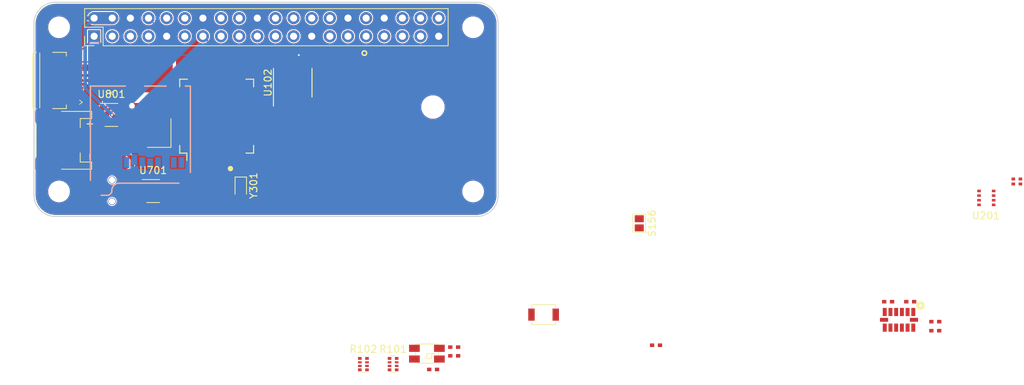
<source format=kicad_pcb>
(kicad_pcb (version 4) (host pcbnew 4.0.7)
  (layers (0 Top signal) (31 Bottom signal) (34 B.Paste user) (35 F.Paste user) (36 B.SilkS user) (37 F.SilkS user) (38 B.Mask user) (39 F.Mask user) (44 Edge.Cuts user))
  (net 0 "")
  (net 1 GND)
  (net 2 /PPS)
  (net 3 /GPS_TX)
  (net 4 /SCL)
  (net 5 VCC)
  (net 6 /Regulator/BYP)
  (net 7 /Regulator/PWR_EN)
  (net 8 /VBUS)
  (net 9 /VRAW)
  (net 10 /XTAL2)
  (net 11 /XTAL1)
  (net 12 /BNO055/CAP)
  (net 13 /BNO055/XOUT32)
  (net 14 /BNO055/XIN32)
  (net 15 /HighAcc/VS)
  (net 16 /GPS/VGPS)
  (net 17 /USBD+)
  (net 18 /USBD-)
  (net 19 /DB)
  (net 20 /DG)
  (net 21 /DR)
  (net 22 /USB/USB_LIGHT-)
  (net 23 /Charger/STAT+)
  (net 24 /Charger/STAT-)
  (net 25 "/SDA(BSL)")
  (net 26 /RST)
  (net 27 /CS0)
  (net 28 /MOSI0)
  (net 29 /SCK0)
  (net 30 /MISO0)
  (net 31 /USB/CONN_D-)
  (net 32 /USB/CONN_D+)
  (net 33 /USB_SOFTCONNECT)
  (net 34 /USB/USB_LIGHT+)
  (net 35 /PWMG)
  (net 36 /PWMB)
  (net 37 /USB_ON)
  (net 38 /Charger/PROG)
  (net 39 "Net-(S156-Pad2)")
  (net 40 /ACCINT)
  (net 41 /FIX)
  (net 42 /S)
  (net 43 "/LPC_TX0(PWMR)")
  (net 44 /PI_RX)
  (net 45 /PI_TX)
  (net 46 /LPC_TX1)
  (net 47 /LPC_RX0)
  (net 48 /GPS_RX)
  (net 49 /VLIPO)
  (module Pin_Headers:Pin_Header_Straight_2x20_Pitch2.54mm (layer Top) (at 8.41388 -25.24058 90)
    (fp_text reference J101 hide)
    (fp_text value RPi_GPIO)
    (pad 40 thru_hole oval (at 2.54 48.26 90) (size 1.7 1.7) (drill 1) (layers *.Cu *.Mask))
    (pad 39 thru_hole oval (at 0 48.26 90) (size 1.7 1.7) (drill 1) (layers *.Cu *.Mask) (net 1 GND))
    (pad 38 thru_hole oval (at 2.54 45.72 90) (size 1.7 1.7) (drill 1) (layers *.Cu *.Mask))
    (pad 37 thru_hole oval (at 0 45.72 90) (size 1.7 1.7) (drill 1) (layers *.Cu *.Mask))
    (pad 36 thru_hole oval (at 2.54 43.18 90) (size 1.7 1.7) (drill 1) (layers *.Cu *.Mask))
    (pad 35 thru_hole oval (at 0 43.18 90) (size 1.7 1.7) (drill 1) (layers *.Cu *.Mask))
    (pad 34 thru_hole oval (at 2.54 40.64 90) (size 1.7 1.7) (drill 1) (layers *.Cu *.Mask) (net 1 GND))
    (pad 33 thru_hole oval (at 0 40.64 90) (size 1.7 1.7) (drill 1) (layers *.Cu *.Mask))
    (pad 32 thru_hole oval (at 2.54 38.1 90) (size 1.7 1.7) (drill 1) (layers *.Cu *.Mask))
    (pad 31 thru_hole oval (at 0 38.1 90) (size 1.7 1.7) (drill 1) (layers *.Cu *.Mask))
    (pad 30 thru_hole oval (at 2.54 35.56 90) (size 1.7 1.7) (drill 1) (layers *.Cu *.Mask) (net 1 GND))
    (pad 29 thru_hole oval (at 0 35.56 90) (size 1.7 1.7) (drill 1) (layers *.Cu *.Mask))
    (pad 28 thru_hole oval (at 2.54 33.02 90) (size 1.7 1.7) (drill 1) (layers *.Cu *.Mask))
    (pad 27 thru_hole oval (at 0 33.02 90) (size 1.7 1.7) (drill 1) (layers *.Cu *.Mask))
    (pad 26 thru_hole oval (at 2.54 30.48 90) (size 1.7 1.7) (drill 1) (layers *.Cu *.Mask))
    (pad 25 thru_hole oval (at 0 30.48 90) (size 1.7 1.7) (drill 1) (layers *.Cu *.Mask) (net 1 GND))
    (pad 24 thru_hole oval (at 2.54 27.94 90) (size 1.7 1.7) (drill 1) (layers *.Cu *.Mask))
    (pad 23 thru_hole oval (at 0 27.94 90) (size 1.7 1.7) (drill 1) (layers *.Cu *.Mask))
    (pad 22 thru_hole oval (at 2.54 25.4 90) (size 1.7 1.7) (drill 1) (layers *.Cu *.Mask))
    (pad 21 thru_hole oval (at 0 25.4 90) (size 1.7 1.7) (drill 1) (layers *.Cu *.Mask))
    (pad 20 thru_hole oval (at 2.54 22.86 90) (size 1.7 1.7) (drill 1) (layers *.Cu *.Mask) (net 1 GND))
    (pad 19 thru_hole oval (at 0 22.86 90) (size 1.7 1.7) (drill 1) (layers *.Cu *.Mask))
    (pad 18 thru_hole oval (at 2.54 20.32 90) (size 1.7 1.7) (drill 1) (layers *.Cu *.Mask))
    (pad 17 thru_hole oval (at 0 20.32 90) (size 1.7 1.7) (drill 1) (layers *.Cu *.Mask) (net 5 VCC))
    (pad 16 thru_hole oval (at 2.54 17.78 90) (size 1.7 1.7) (drill 1) (layers *.Cu *.Mask))
    (pad 15 thru_hole oval (at 0 17.78 90) (size 1.7 1.7) (drill 1) (layers *.Cu *.Mask))
    (pad 14 thru_hole oval (at 2.54 15.24 90) (size 1.7 1.7) (drill 1) (layers *.Cu *.Mask) (net 1 GND))
    (pad 13 thru_hole oval (at 0 15.24 90) (size 1.7 1.7) (drill 1) (layers *.Cu *.Mask) (net 42 /S))
    (pad 12 thru_hole oval (at 2.54 12.7 90) (size 1.7 1.7) (drill 1) (layers *.Cu *.Mask) (net 2 /PPS))
    (pad 11 thru_hole oval (at 0 12.7 90) (size 1.7 1.7) (drill 1) (layers *.Cu *.Mask) (net 26 /RST))
    (pad 10 thru_hole oval (at 2.54 10.16 90) (size 1.7 1.7) (drill 1) (layers *.Cu *.Mask) (net 44 /PI_RX))
    (pad 9 thru_hole oval (at 0 10.16 90) (size 1.7 1.7) (drill 1) (layers *.Cu *.Mask) (net 1 GND))
    (pad 8 thru_hole oval (at 2.54 7.62 90) (size 1.7 1.7) (drill 1) (layers *.Cu *.Mask) (net 45 /PI_TX))
    (pad 7 thru_hole oval (at 0 7.62 90) (size 1.7 1.7) (drill 1) (layers *.Cu *.Mask) (net 41 /FIX))
    (pad 6 thru_hole oval (at 2.54 5.08 90) (size 1.7 1.7) (drill 1) (layers *.Cu *.Mask) (net 1 GND))
    (pad 5 thru_hole oval (at 0 5.08 90) (size 1.7 1.7) (drill 1) (layers *.Cu *.Mask) (net 4 /SCL))
    (pad 4 thru_hole oval (at 2.54 2.54 90) (size 1.7 1.7) (drill 1) (layers *.Cu *.Mask) (net 8 /VBUS))
    (pad 3 thru_hole oval (at 0 2.54 90) (size 1.7 1.7) (drill 1) (layers *.Cu *.Mask) (net 25 "/SDA(BSL)"))
    (pad 2 thru_hole oval (at 2.54 0 90) (size 1.7 1.7) (drill 1) (layers *.Cu *.Mask) (net 8 /VBUS))
    (pad 1 thru_hole rect (at 0 0 90) (size 1.7 1.7) (drill 1) (layers *.Cu *.Mask) (net 5 VCC))
  )
  (module 1pin (layer Top) (at 61.5 -3.5)
    (fp_text reference 1PIN hide)
    (fp_text value P*** hide)
    (pad "" np_thru_hole circle (at 0 0) (size 2.75 2.75) (drill 2.75) (layers *.Cu))
  )
  (module 1pin (layer Top) (at 3.5 -3.5)
    (fp_text reference 1PIN hide)
    (fp_text value P*** hide)
    (pad "" np_thru_hole circle (at 0 0) (size 2.75 2.75) (drill 2.75) (layers *.Cu))
  )
  (module 1pin (layer Top) (at 61.5 -26.5)
    (fp_text reference 1PIN hide)
    (fp_text value P*** hide)
    (pad "" np_thru_hole circle (at 0 0) (size 2.75 2.75) (drill 2.75) (layers *.Cu))
  )
  (module 1pin (layer Top) (at 3.5 -26.5)
    (fp_text reference 1PIN hide)
    (fp_text value P*** hide)
    (pad "" np_thru_hole circle (at 0 0) (size 2.75 2.75) (drill 2.75) (layers *.Cu))
  )
  (module KwanSystems:SMD_0402 (layer Top) (at 32.512 -13.97 90)
    (fp_text reference C123)
    (fp_text value 1uF)
    (pad 2 smd rect (at 0.55 0 90) (size 0.6 0.5) (layers Top F.Paste F.Mask) (net 1 GND))
    (pad 1 smd rect (at -0.55 0 90) (size 0.6 0.5) (layers Top F.Paste F.Mask) (net 5 VCC))
  )
  (module KwanSystems:SMD_0402 (layer Top) (at 55.903281 21.43222)
    (fp_text reference C143)
    (fp_text value 100nF)
    (pad 2 smd rect (at 0.55 0) (size 0.6 0.5) (layers Top F.Paste F.Mask) (net 1 GND))
    (pad 1 smd rect (at -0.55 0) (size 0.6 0.5) (layers Top F.Paste F.Mask) (net 5 VCC))
  )
  (module KwanSystems:SMD_0402 (layer Top) (at 58.853281 19.52222)
    (fp_text reference C151)
    (fp_text value 100nF)
    (pad 2 smd rect (at 0.55 0) (size 0.6 0.5) (layers Top F.Paste F.Mask) (net 1 GND))
    (pad 1 smd rect (at -0.55 0) (size 0.6 0.5) (layers Top F.Paste F.Mask) (net 5 VCC))
  )
  (module KwanSystems:SMD_0402 (layer Top) (at 17.526 -14.224 180)
    (fp_text reference C161)
    (fp_text value 33pF)
    (pad 2 smd rect (at 0.55 0 180) (size 0.6 0.5) (layers Top F.Paste F.Mask) (net 10 /XTAL2))
    (pad 1 smd rect (at -0.55 0 180) (size 0.6 0.5) (layers Top F.Paste F.Mask) (net 1 GND))
  )
  (module KwanSystems:SMD_0402 (layer Top) (at 17.526 -9.144)
    (fp_text reference C162)
    (fp_text value 33pF)
    (pad 2 smd rect (at 0.55 0) (size 0.6 0.5) (layers Top F.Paste F.Mask) (net 11 /XTAL1))
    (pad 1 smd rect (at -0.55 0) (size 0.6 0.5) (layers Top F.Paste F.Mask) (net 1 GND))
  )
  (module KwanSystems:SMD_0402 (layer Top) (at 58.853281 18.30222)
    (fp_text reference C163)
    (fp_text value 100nF)
    (pad 2 smd rect (at 0.55 0) (size 0.6 0.5) (layers Top F.Paste F.Mask) (net 1 GND))
    (pad 1 smd rect (at -0.55 0) (size 0.6 0.5) (layers Top F.Paste F.Mask) (net 5 VCC))
  )
  (module KwanSystems:R_Array_Convex_2x0402 (layer Top) (at 137.663281 -4.899179)
    (fp_text reference C206)
    (fp_text value 100nF)
    (pad 4 smd rect (at 0.5 -0.35) (size 0.5 0.4) (layers Top F.Paste F.Mask) (net 1 GND))
    (pad 3 smd rect (at 0.5 0.35) (size 0.5 0.4) (layers Top F.Paste F.Mask) (net 1 GND))
    (pad 2 smd rect (at -0.5 0.35) (size 0.5 0.4) (layers Top F.Paste F.Mask) (net 5 VCC))
    (pad 1 smd rect (at -0.5 -0.35) (size 0.5 0.4) (layers Top F.Paste F.Mask) (net 5 VCC))
  )
  (module KwanSystems:SMD_0402 (layer Top) (at 25.654 -6.604)
    (fp_text reference C303)
    (fp_text value 0.1uF)
    (pad 2 smd rect (at 0.55 0) (size 0.6 0.5) (layers Top F.Paste F.Mask) (net 5 VCC))
    (pad 1 smd rect (at -0.55 0) (size 0.6 0.5) (layers Top F.Paste F.Mask) (net 1 GND))
  )
  (module KwanSystems:SMD_0402 (layer Top) (at 23.368 -3.81 90)
    (fp_text reference C309)
    (fp_text value 0.1uF)
    (pad 2 smd rect (at 0.55 0 90) (size 0.6 0.5) (layers Top F.Paste F.Mask) (net 12 /BNO055/CAP))
    (pad 1 smd rect (at -0.55 0 90) (size 0.6 0.5) (layers Top F.Paste F.Mask) (net 1 GND))
  )
  (module KwanSystems:R_Array_Convex_2x0402 (layer Top) (at 30.988 -4.318)
    (fp_text reference C326)
    (fp_text value 22pF)
    (pad 4 smd rect (at 0.5 -0.35) (size 0.5 0.4) (layers Top F.Paste F.Mask) (net 1 GND))
    (pad 3 smd rect (at 0.5 0.35) (size 0.5 0.4) (layers Top F.Paste F.Mask) (net 1 GND))
    (pad 2 smd rect (at -0.5 0.35) (size 0.5 0.4) (layers Top F.Paste F.Mask) (net 13 /BNO055/XOUT32))
    (pad 1 smd rect (at -0.5 -0.35) (size 0.5 0.4) (layers Top F.Paste F.Mask) (net 14 /BNO055/XIN32))
  )
  (module KwanSystems:SMD_0402 (layer Top) (at 122.724 11.938 180)
    (fp_text reference C401)
    (fp_text value 100nF)
    (pad 2 smd rect (at 0.55 0 180) (size 0.6 0.5) (layers Top F.Paste F.Mask) (net 1 GND))
    (pad 1 smd rect (at -0.55 0 180) (size 0.6 0.5) (layers Top F.Paste F.Mask) (net 5 VCC))
  )
  (module KwanSystems:SMD_0402 (layer Top) (at 119.634 11.938)
    (fp_text reference C405)
    (fp_text value 100nF)
    (pad 2 smd rect (at 0.55 0) (size 0.6 0.5) (layers Top F.Paste F.Mask) (net 1 GND))
    (pad 1 smd rect (at -0.55 0) (size 0.6 0.5) (layers Top F.Paste F.Mask) (net 15 /HighAcc/VS))
  )
  (module KwanSystems:SMD_0402 (layer Top) (at 126.238 16.002)
    (fp_text reference C406)
    (fp_text value 1uF)
    (pad 2 smd rect (at 0.55 0) (size 0.6 0.5) (layers Top F.Paste F.Mask) (net 1 GND))
    (pad 1 smd rect (at -0.55 0) (size 0.6 0.5) (layers Top F.Paste F.Mask) (net 15 /HighAcc/VS))
  )
  (module KwanSystems:SMD_0402 (layer Top) (at 46.228 -19.812 90)
    (fp_text reference C501)
    (fp_text value 100nF)
    (pad 2 smd rect (at 0.55 0 90) (size 0.6 0.5) (layers Top F.Paste F.Mask) (net 16 /GPS/VGPS))
    (pad 1 smd rect (at -0.55 0 90) (size 0.6 0.5) (layers Top F.Paste F.Mask) (net 1 GND))
  )
  (module KwanSystems:SMD_1206 (layer Top) (at 44.704 -19.812 90)
    (fp_text reference C503 hide)
    (fp_text value 10uF)
    (pad 2 smd rect (at 1.45 0 90) (size 0.9 1.7) (layers Top F.Paste F.Mask) (net 16 /GPS/VGPS))
    (pad 1 smd rect (at -1.45 0 90) (size 0.9 1.7) (layers Top F.Paste F.Mask) (net 1 GND))
  )
  (module KwanSystems:R_Array_Convex_2x0402 (layer Top) (at 8.136 -19.4)
    (fp_text reference C623)
    (fp_text value 22pF)
    (pad 4 smd rect (at 0.5 -0.35) (size 0.5 0.4) (layers Top F.Paste F.Mask) (net 1 GND))
    (pad 3 smd rect (at 0.5 0.35) (size 0.5 0.4) (layers Top F.Paste F.Mask) (net 1 GND))
    (pad 2 smd rect (at -0.5 0.35) (size 0.5 0.4) (layers Top F.Paste F.Mask) (net 17 /USBD+))
    (pad 1 smd rect (at -0.5 -0.35) (size 0.5 0.4) (layers Top F.Paste F.Mask) (net 18 /USBD-))
  )
  (module KwanSystems:SMD_0402 (layer Top) (at 16.764 -5.842)
    (fp_text reference C704)
    (fp_text value 1uF)
    (pad 2 smd rect (at 0.55 0) (size 0.6 0.5) (layers Top F.Paste F.Mask) (net 1 GND))
    (pad 1 smd rect (at -0.55 0) (size 0.6 0.5) (layers Top F.Paste F.Mask) (net 9 /VRAW))
  )
  (module KwanSystems:SMD_0402 (layer Top) (at 16.552 -1.27 180)
    (fp_text reference C714)
    (fp_text value 100nF)
    (pad 2 smd rect (at 0.55 0 180) (size 0.6 0.5) (layers Top F.Paste F.Mask) (net 1 GND))
    (pad 1 smd rect (at -0.55 0 180) (size 0.6 0.5) (layers Top F.Paste F.Mask) (net 6 /Regulator/BYP))
  )
  (module KwanSystems:SMD_0402 (layer Top) (at 19.05 -3.556 270)
    (fp_text reference C715)
    (fp_text value 4.7nF)
    (pad 2 smd rect (at 0.55 0 270) (size 0.6 0.5) (layers Top F.Paste F.Mask) (net 1 GND))
    (pad 1 smd rect (at -0.55 0 270) (size 0.6 0.5) (layers Top F.Paste F.Mask) (net 5 VCC))
  )
  (module KwanSystems:SMD_0603 (layer Top) (at 13.97 -10.414 270)
    (fp_text reference C802)
    (fp_text value 4.7uF)
    (pad 1 smd rect (at -0.75 0 270) (size 0.8 0.75) (layers Top F.Paste F.Mask) (net 8 /VBUS))
    (pad 2 smd rect (at 0.75 0 270) (size 0.8 0.75) (layers Top F.Paste F.Mask) (net 1 GND))
  )
  (module KwanSystems:SMD_0603 (layer Top) (at 11.43 -7.874)
    (fp_text reference C803)
    (fp_text value 4.7uF)
    (pad 1 smd rect (at -0.75 0) (size 0.8 0.75) (layers Top F.Paste F.Mask) (net 49 /VLIPO))
    (pad 2 smd rect (at 0.75 0) (size 0.8 0.75) (layers Top F.Paste F.Mask) (net 1 GND))
  )
  (module KwanSystems:HSMF-C118 (layer Top) (at 55.02828 19.219321)
    (fp_text reference D101)
    (fp_text value HSMF-C118 hide)
    (pad 4 smd rect (at -1.75 0.75) (size 1.5 1) (layers Top F.Paste F.Mask) (net 19 /DB))
    (pad 3 smd rect (at -1.75 -0.75) (size 1.5 1) (layers Top F.Paste F.Mask) (net 20 /DG))
    (pad 2 smd rect (at 1.75 -0.75) (size 1.5 1) (layers Top F.Paste F.Mask) (net 21 /DR))
    (pad 1 smd rect (at 1.75 0.75) (size 1.5 1) (layers Top F.Paste F.Mask) (net 5 VCC))
  )
  (module KwanSystems:D_0603 (layer Top) (at 6.566 -16.002 180)
    (fp_text reference D650)
    (fp_text value BLUE)
    (pad 2 smd rect (at 0.8 0) (size 0.8 0.8) (layers Top F.Paste F.Mask) (net 22 /USB/USB_LIGHT-))
    (pad 1 smd rect (at -0.8 0) (size 0.8 0.8) (layers Top F.Paste F.Mask) (net 1 GND))
  )
  (module KwanSystems:D_0603 (layer Top) (at 10.922 -17.272)
    (fp_text reference D801)
    (fp_text value YELLOW)
    (pad 2 smd rect (at 0.8 0 180) (size 0.8 0.8) (layers Top F.Paste F.Mask) (net 23 /Charger/STAT+))
    (pad 1 smd rect (at -0.8 0 180) (size 0.8 0.8) (layers Top F.Paste F.Mask) (net 24 /Charger/STAT-))
  )
  (module KwanSystems:SOT-23 (layer Top) (at 11.496 -10.43 270)
    (fp_text reference D802 hide)
    (fp_text value DCC)
    (pad 1 smd rect (at -1 -0.95 270) (size 0.9 0.8) (layers Top F.Paste F.Mask) (net 8 /VBUS))
    (pad 2 smd rect (at -1 0.95 270) (size 0.9 0.8) (layers Top F.Paste F.Mask) (net 49 /VLIPO))
    (pad 3 smd rect (at 1 0 270) (size 0.9 0.8) (layers Top F.Paste F.Mask) (net 9 /VRAW))
  )
  (module KwanSystems:MICROSD-SOCKET-PP (layer Bottom) (at 21.896 -18.266)
    (fp_text reference J102)
    (fp_text value Micro_SD_Card_Det_Hirose_DM3AT hide)
    (pad 10 smd rect (at -7.75 0.4) (size 1.8 1.4) (layers Bottom B.Paste B.Mask) (net 1 GND))
    (pad 10 smd rect (at -2.05 0.4) (size 1.8 1.4) (layers Bottom B.Paste B.Mask) (net 1 GND))
    (pad 9 smd rect (at -0.45 13.55) (size 1.4 1.9) (layers Bottom B.Paste B.Mask) (net 1 GND))
    (pad 9 smd rect (at -13.6 14.55) (size 1.4 1.9) (layers Bottom B.Paste B.Mask) (net 1 GND))
    (pad 1 smd rect (at -8.94 10.7) (size 0.8 1.5) (layers Bottom B.Paste B.Mask))
    (pad 2 smd rect (at -7.84 10.3) (size 0.8 1.5) (layers Bottom B.Paste B.Mask) (net 27 /CS0))
    (pad 3 smd rect (at -6.74 10.7) (size 0.8 1.5) (layers Bottom B.Paste B.Mask) (net 28 /MOSI0))
    (pad 4 smd rect (at -5.64 10.9) (size 0.8 1.5) (layers Bottom B.Paste B.Mask) (net 5 VCC))
    (pad 5 smd rect (at -4.54 10.7) (size 0.8 1.5) (layers Bottom B.Paste B.Mask) (net 29 /SCK0))
    (pad 6 smd rect (at -3.44 10.9) (size 0.8 1.5) (layers Bottom B.Paste B.Mask) (net 1 GND))
    (pad 7 smd rect (at -2.34 10.7) (size 0.8 1.5) (layers Bottom B.Paste B.Mask) (net 30 /MISO0))
    (pad 8 smd rect (at -1.24 10.7) (size 0.8 1.5) (layers Bottom B.Paste B.Mask))
  )
  (module KwanSystems:USB_Micro-B_Molex_47346-0001 (layer Top) (at 0 -19.05)
    (fp_text reference J601)
    (fp_text value USB_MICROB)
    (pad 1 smd rect (at 4.13 -1.3) (size 1.38 0.45) (layers Top F.Paste F.Mask) (net 8 /VBUS))
    (pad 2 smd rect (at 4.13 -0.65) (size 1.38 0.45) (layers Top F.Paste F.Mask) (net 31 /USB/CONN_D-))
    (pad 3 smd rect (at 4.13 0) (size 1.38 0.45) (layers Top F.Paste F.Mask) (net 32 /USB/CONN_D+))
    (pad 4 smd rect (at 4.13 0.65) (size 1.38 0.45) (layers Top F.Paste F.Mask))
    (pad 5 smd rect (at 4.13 1.3) (size 1.38 0.45) (layers Top F.Paste F.Mask) (net 1 GND))
    (pad 6 smd rect (at 3.77 -2.4625) (size 2.1 1.475) (layers Top F.Paste F.Mask) (net 1 GND))
    (pad 6 smd rect (at 3.77 2.4625) (size 2.1 1.475) (layers Top F.Paste F.Mask) (net 1 GND))
    (pad 6 smd rect (at 1.47 -2.91) (size 1.9 2.375) (layers Top F.Paste F.Mask) (net 1 GND))
    (pad 6 smd rect (at 1.47 2.91) (size 1.9 2.375) (layers Top F.Paste F.Mask) (net 1 GND))
    (pad 6 smd rect (at 1.47 -0.84) (size 1.9 1.175) (layers Top F.Paste F.Mask) (net 1 GND))
    (pad 6 smd rect (at 1.47 0.84) (size 1.9 1.175) (layers Top F.Paste F.Mask) (net 1 GND))
  )
  (module KwanSystems:SPARKFUN_JST_POWER (layer Top) (at 4.745 -10.668 270)
    (fp_text reference B801 hide)
    (fp_text value "JST 2mm")
    (fp_text user + (at -2.3 -3 270) (layer F.SilkS))
    (fp_text user - (at 2.3 -3 270) (layer F.SilkS))
    (pad "" smd rect (at 3.35 2.875 270) (size 1.5 3.4) (layers Top F.Paste F.Mask))
    (pad "" smd rect (at -3.35 2.875 270) (size 1.5 3.4) (layers Top F.Paste F.Mask))
    (pad - smd rect (at 1 -2.875 270) (size 1 3.5) (layers Top F.Paste F.Mask) (net 1 GND))
    (pad + smd rect (at -1 -2.875 270) (size 1 3.5) (layers Top F.Paste F.Mask) (net 49 /VLIPO))
  )
  (module KwanSystems:SMD_0805 (layer Top) (at 42.672 -19.812 90)
    (fp_text reference L501)
    (fp_text value Ferrite)
    (pad 1 smd rect (at -1 0 90) (size 1 1.25) (layers Top F.Paste F.Mask) (net 5 VCC))
    (pad 2 smd rect (at 1 0 90) (size 1 1.25) (layers Top F.Paste F.Mask) (net 16 /GPS/VGPS))
  )
  (module KwanSystems:SOT-23 (layer Top) (at 7.178 -21.828 270)
    (fp_text reference Q650 hide)
    (fp_text value PMOS)
    (pad 1 smd rect (at -1 -0.95 270) (size 0.9 0.8) (layers Top F.Paste F.Mask) (net 33 /USB_SOFTCONNECT))
    (pad 2 smd rect (at -1 0.95 270) (size 0.9 0.8) (layers Top F.Paste F.Mask) (net 5 VCC))
    (pad 3 smd rect (at 1 0 270) (size 0.9 0.8) (layers Top F.Paste F.Mask) (net 34 /USB/USB_LIGHT+))
  )
  (module KwanSystems:R_Array_Convex_4x0402 (layer Top) (at 50.296851 20.68082)
    (fp_text reference R101 (at 0 -2.1) (layer F.SilkS))
    (fp_text value 10k)
    (pad 1 smd rect (at -0.5 -0.8) (size 0.5 0.4) (layers Top F.Paste F.Mask) (net 42 /S))
    (pad 3 smd rect (at -0.5 0.25) (size 0.5 0.3) (layers Top F.Paste F.Mask) (net 4 /SCL))
    (pad 2 smd rect (at -0.5 -0.25) (size 0.5 0.3) (layers Top F.Paste F.Mask) (net 26 /RST))
    (pad 4 smd rect (at -0.5 0.8) (size 0.5 0.4) (layers Top F.Paste F.Mask) (net 25 "/SDA(BSL)"))
    (pad 7 smd rect (at 0.5 -0.25) (size 0.5 0.3) (layers Top F.Paste F.Mask) (net 5 VCC))
    (pad 8 smd rect (at 0.5 -0.8) (size 0.5 0.4) (layers Top F.Paste F.Mask) (net 5 VCC))
    (pad 6 smd rect (at 0.5 0.25) (size 0.5 0.3) (layers Top F.Paste F.Mask) (net 5 VCC))
    (pad 5 smd rect (at 0.5 0.8) (size 0.5 0.4) (layers Top F.Paste F.Mask) (net 5 VCC))
  )
  (module KwanSystems:R_Array_Convex_4x0402 (layer Top) (at 46.136851 20.68082)
    (fp_text reference R102 (at 0 -2.1) (layer F.SilkS))
    (fp_text value 1.5k)
    (pad 1 smd rect (at -0.5 -0.8) (size 0.5 0.4) (layers Top F.Paste F.Mask) (net 20 /DG))
    (pad 3 smd rect (at -0.5 0.25) (size 0.5 0.3) (layers Top F.Paste F.Mask))
    (pad 2 smd rect (at -0.5 -0.25) (size 0.5 0.3) (layers Top F.Paste F.Mask) (net 21 /DR))
    (pad 4 smd rect (at -0.5 0.8) (size 0.5 0.4) (layers Top F.Paste F.Mask) (net 19 /DB))
    (pad 7 smd rect (at 0.5 -0.25) (size 0.5 0.3) (layers Top F.Paste F.Mask) (net 43 "/LPC_TX0(PWMR)"))
    (pad 8 smd rect (at 0.5 -0.8) (size 0.5 0.4) (layers Top F.Paste F.Mask) (net 35 /PWMG))
    (pad 6 smd rect (at 0.5 0.25) (size 0.5 0.3) (layers Top F.Paste F.Mask))
    (pad 5 smd rect (at 0.5 0.8) (size 0.5 0.4) (layers Top F.Paste F.Mask) (net 36 /PWMB))
  )
  (module KwanSystems:SMD_0402 (layer Top) (at 126.238 14.732)
    (fp_text reference R406)
    (fp_text value 100)
    (pad 2 smd rect (at 0.55 0) (size 0.6 0.5) (layers Top F.Paste F.Mask) (net 15 /HighAcc/VS))
    (pad 1 smd rect (at -0.55 0) (size 0.6 0.5) (layers Top F.Paste F.Mask) (net 5 VCC))
  )
  (module KwanSystems:SMD_0402 (layer Top) (at 9.906 -20.574)
    (fp_text reference R611)
    (fp_text value 22k)
    (pad 2 smd rect (at 0.55 0) (size 0.6 0.5) (layers Top F.Paste F.Mask) (net 37 /USB_ON))
    (pad 1 smd rect (at -0.55 0) (size 0.6 0.5) (layers Top F.Paste F.Mask) (net 1 GND))
  )
  (module KwanSystems:R_Array_Convex_2x0402 (layer Top) (at 6.104 -19.4 180)
    (fp_text reference R623)
    (fp_text value 33)
    (pad 4 smd rect (at 0.5 -0.35 180) (size 0.5 0.4) (layers Top F.Paste F.Mask) (net 32 /USB/CONN_D+))
    (pad 3 smd rect (at 0.5 0.35 180) (size 0.5 0.4) (layers Top F.Paste F.Mask) (net 31 /USB/CONN_D-))
    (pad 2 smd rect (at -0.5 0.35 180) (size 0.5 0.4) (layers Top F.Paste F.Mask) (net 18 /USBD-))
    (pad 1 smd rect (at -0.5 -0.35 180) (size 0.5 0.4) (layers Top F.Paste F.Mask) (net 17 /USBD+))
  )
  (module KwanSystems:R_Array_Convex_2x0402 (layer Top) (at 6.104 -17.622)
    (fp_text reference R650)
    (fp_text value 1.5k)
    (pad 4 smd rect (at 0.5 -0.35) (size 0.5 0.4) (layers Top F.Paste F.Mask) (net 34 /USB/USB_LIGHT+))
    (pad 3 smd rect (at 0.5 0.35) (size 0.5 0.4) (layers Top F.Paste F.Mask) (net 34 /USB/USB_LIGHT+))
    (pad 2 smd rect (at -0.5 0.35) (size 0.5 0.4) (layers Top F.Paste F.Mask) (net 22 /USB/USB_LIGHT-))
    (pad 1 smd rect (at -0.5 -0.35) (size 0.5 0.4) (layers Top F.Paste F.Mask) (net 32 /USB/CONN_D+))
  )
  (module KwanSystems:R_Array_Convex_2x0402 (layer Top) (at 9.914 -22.002 180)
    (fp_text reference R651)
    (fp_text value 10k)
    (pad 4 smd rect (at 0.5 -0.35 180) (size 0.5 0.4) (layers Top F.Paste F.Mask) (net 8 /VBUS))
    (pad 3 smd rect (at 0.5 0.35 180) (size 0.5 0.4) (layers Top F.Paste F.Mask) (net 33 /USB_SOFTCONNECT))
    (pad 2 smd rect (at -0.5 0.35 180) (size 0.5 0.4) (layers Top F.Paste F.Mask) (net 5 VCC))
    (pad 1 smd rect (at -0.5 -0.35 180) (size 0.5 0.4) (layers Top F.Paste F.Mask) (net 37 /USB_ON))
  )
  (module KwanSystems:SMD_0402 (layer Top) (at 12.954 -14.224 90)
    (fp_text reference R801)
    (fp_text value 10k)
    (pad 2 smd rect (at 0.55 0 90) (size 0.6 0.5) (layers Top F.Paste F.Mask) (net 38 /Charger/PROG))
    (pad 1 smd rect (at -0.55 0 90) (size 0.6 0.5) (layers Top F.Paste F.Mask) (net 1 GND))
  )
  (module KwanSystems:SMD_0402 (layer Top) (at 10.922 -16.256)
    (fp_text reference R804)
    (fp_text value 1.5k)
    (pad 2 smd rect (at 0.55 0) (size 0.6 0.5) (layers Top F.Paste F.Mask) (net 23 /Charger/STAT+))
    (pad 1 smd rect (at -0.55 0) (size 0.6 0.5) (layers Top F.Paste F.Mask) (net 8 /VBUS))
  )
  (module Connectors:GS2 (layer Top) (at 84.77328 0.959154)
    (fp_text reference S156 (at 1.78 0 90) (layer F.SilkS))
    (fp_text value SOLDERJUMPERNO)
    (pad 1 smd rect (at 0 -0.64) (size 1.27 0.97) (layers Top F.Paste F.Mask) (net 1 GND))
    (pad 2 smd rect (at 0 0.64) (size 1.27 0.97) (layers Top F.Paste F.Mask) (net 39 "Net-(S156-Pad2)"))
  )
  (module KwanSystems:SW_SPST_B3U-1000P (layer Top) (at 71.373281 13.75082)
    (fp_text reference S157)
    (fp_text value SPST)
    (pad 1 smd rect (at -1.7 0) (size 0.9 1.7) (layers Top F.Paste F.Mask) (net 39 "Net-(S156-Pad2)"))
    (pad 2 smd rect (at 1.7 0) (size 0.9 1.7) (layers Top F.Paste F.Mask) (net 26 /RST))
  )
  (module KwanSystems:SWITCH_DPDT_AZY0202 (layer Top) (at 10.922 -3.6068 270)
    (fp_text reference S701 hide)
    (fp_text value SPDT hide)
    (pad "" np_thru_hole circle (at -1.5 0 270) (size 1 1) (drill 0.85) (layers *.Cu *.Mask))
    (pad 4 smd rect (at -2.5 2.825 270) (size 1 1.15) (layers Top F.Paste F.Mask))
    (pad 5 smd rect (at 0 2.825 270) (size 1 1.15) (layers Top F.Paste F.Mask))
    (pad 3 smd rect (at 2.5 -2.825 270) (size 1 1.15) (layers Top F.Paste F.Mask) (net 1 GND))
    (pad 6 smd rect (at 2.5 2.825 270) (size 1 1.15) (layers Top F.Paste F.Mask))
    (pad 2 smd rect (at 0 -2.825 270) (size 1 1.15) (layers Top F.Paste F.Mask) (net 7 /Regulator/PWR_EN))
    (pad 1 smd rect (at -2.5 -2.825 270) (size 1 1.15) (layers Top F.Paste F.Mask) (net 9 /VRAW))
    (pad "" np_thru_hole circle (at 1.5 0 270) (size 1 1) (drill 0.85) (layers *.Cu *.Mask))
  )
  (module Housings_QFP:LQFP-64_10x10mm_Pitch0.5mm (layer Top) (at 25.57975 -14.051546 90)
    (fp_text reference U101 hide)
    (fp_text value LPC2148)
    (pad 1 smd rect (at -5.7 -3.75 90) (size 1 0.25) (layers Top F.Paste F.Mask) (net 36 /PWMB))
    (pad 2 smd rect (at -5.7 -3.25 90) (size 1 0.25) (layers Top F.Paste F.Mask) (net 2 /PPS))
    (pad 3 smd rect (at -5.7 -2.75 90) (size 1 0.25) (layers Top F.Paste F.Mask))
    (pad 4 smd rect (at -5.7 -2.25 90) (size 1 0.25) (layers Top F.Paste F.Mask))
    (pad 5 smd rect (at -5.7 -1.75 90) (size 1 0.25) (layers Top F.Paste F.Mask))
    (pad 6 smd rect (at -5.7 -1.25 90) (size 1 0.25) (layers Top F.Paste F.Mask) (net 1 GND))
    (pad 7 smd rect (at -5.7 -0.75 90) (size 1 0.25) (layers Top F.Paste F.Mask) (net 5 VCC))
    (pad 8 smd rect (at -5.7 -0.25 90) (size 1 0.25) (layers Top F.Paste F.Mask))
    (pad 9 smd rect (at -5.7 0.25 90) (size 1 0.25) (layers Top F.Paste F.Mask))
    (pad 10 smd rect (at -5.7 0.75 90) (size 1 0.25) (layers Top F.Paste F.Mask) (net 17 /USBD+))
    (pad 11 smd rect (at -5.7 1.25 90) (size 1 0.25) (layers Top F.Paste F.Mask) (net 18 /USBD-))
    (pad 12 smd rect (at -5.7 1.75 90) (size 1 0.25) (layers Top F.Paste F.Mask))
    (pad 13 smd rect (at -5.7 2.25 90) (size 1 0.25) (layers Top F.Paste F.Mask))
    (pad 14 smd rect (at -5.7 2.75 90) (size 1 0.25) (layers Top F.Paste F.Mask))
    (pad 15 smd rect (at -5.7 3.25 90) (size 1 0.25) (layers Top F.Paste F.Mask))
    (pad 16 smd rect (at -5.7 3.75 90) (size 1 0.25) (layers Top F.Paste F.Mask))
    (pad 17 smd rect (at -3.75 5.7 180) (size 1 0.25) (layers Top F.Paste F.Mask) (net 33 /USB_SOFTCONNECT))
    (pad 18 smd rect (at -3.25 5.7 180) (size 1 0.25) (layers Top F.Paste F.Mask) (net 1 GND))
    (pad 19 smd rect (at -2.75 5.7 180) (size 1 0.25) (layers Top F.Paste F.Mask) (net 43 "/LPC_TX0(PWMR)"))
    (pad 20 smd rect (at -2.25 5.7 180) (size 1 0.25) (layers Top F.Paste F.Mask))
    (pad 21 smd rect (at -1.75 5.7 180) (size 1 0.25) (layers Top F.Paste F.Mask) (net 47 /LPC_RX0))
    (pad 22 smd rect (at -1.25 5.7 180) (size 1 0.25) (layers Top F.Paste F.Mask))
    (pad 23 smd rect (at -0.75 5.7 180) (size 1 0.25) (layers Top F.Paste F.Mask) (net 5 VCC))
    (pad 24 smd rect (at -0.25 5.7 180) (size 1 0.25) (layers Top F.Paste F.Mask))
    (pad 25 smd rect (at 0.25 5.7 180) (size 1 0.25) (layers Top F.Paste F.Mask) (net 1 GND))
    (pad 26 smd rect (at 0.75 5.7 180) (size 1 0.25) (layers Top F.Paste F.Mask))
    (pad 27 smd rect (at 1.25 5.7 180) (size 1 0.25) (layers Top F.Paste F.Mask) (net 29 /SCK0))
    (pad 28 smd rect (at 1.75 5.7 180) (size 1 0.25) (layers Top F.Paste F.Mask))
    (pad 29 smd rect (at 2.25 5.7 180) (size 1 0.25) (layers Top F.Paste F.Mask) (net 30 /MISO0))
    (pad 30 smd rect (at 2.75 5.7 180) (size 1 0.25) (layers Top F.Paste F.Mask) (net 28 /MOSI0))
    (pad 31 smd rect (at 3.25 5.7 180) (size 1 0.25) (layers Top F.Paste F.Mask) (net 35 /PWMG))
    (pad 32 smd rect (at 3.75 5.7 180) (size 1 0.25) (layers Top F.Paste F.Mask))
    (pad 33 smd rect (at 5.7 3.75 90) (size 1 0.25) (layers Top F.Paste F.Mask) (net 46 /LPC_TX1))
    (pad 34 smd rect (at 5.7 3.25 90) (size 1 0.25) (layers Top F.Paste F.Mask) (net 3 /GPS_TX))
    (pad 35 smd rect (at 5.7 2.75 90) (size 1 0.25) (layers Top F.Paste F.Mask) (net 41 /FIX))
    (pad 36 smd rect (at 5.7 2.25 90) (size 1 0.25) (layers Top F.Paste F.Mask))
    (pad 37 smd rect (at 5.7 1.75 90) (size 1 0.25) (layers Top F.Paste F.Mask) (net 4 /SCL))
    (pad 38 smd rect (at 5.7 1.25 90) (size 1 0.25) (layers Top F.Paste F.Mask))
    (pad 39 smd rect (at 5.7 0.75 90) (size 1 0.25) (layers Top F.Paste F.Mask))
    (pad 40 smd rect (at 5.7 0.25 90) (size 1 0.25) (layers Top F.Paste F.Mask))
    (pad 41 smd rect (at 5.7 -0.25 90) (size 1 0.25) (layers Top F.Paste F.Mask) (net 25 "/SDA(BSL)"))
    (pad 42 smd rect (at 5.7 -0.75 90) (size 1 0.25) (layers Top F.Paste F.Mask) (net 1 GND))
    (pad 43 smd rect (at 5.7 -1.25 90) (size 1 0.25) (layers Top F.Paste F.Mask) (net 5 VCC))
    (pad 44 smd rect (at 5.7 -1.75 90) (size 1 0.25) (layers Top F.Paste F.Mask))
    (pad 45 smd rect (at 5.7 -2.25 90) (size 1 0.25) (layers Top F.Paste F.Mask) (net 27 /CS0))
    (pad 46 smd rect (at 5.7 -2.75 90) (size 1 0.25) (layers Top F.Paste F.Mask) (net 40 /ACCINT))
    (pad 47 smd rect (at 5.7 -3.25 90) (size 1 0.25) (layers Top F.Paste F.Mask))
    (pad 48 smd rect (at 5.7 -3.75 90) (size 1 0.25) (layers Top F.Paste F.Mask))
    (pad 49 smd rect (at 3.75 -5.7 180) (size 1 0.25) (layers Top F.Paste F.Mask) (net 5 VCC))
    (pad 50 smd rect (at 3.25 -5.7 180) (size 1 0.25) (layers Top F.Paste F.Mask) (net 1 GND))
    (pad 51 smd rect (at 2.75 -5.7 180) (size 1 0.25) (layers Top F.Paste F.Mask) (net 5 VCC))
    (pad 52 smd rect (at 2.25 -5.7 180) (size 1 0.25) (layers Top F.Paste F.Mask))
    (pad 53 smd rect (at 1.75 -5.7 180) (size 1 0.25) (layers Top F.Paste F.Mask))
    (pad 54 smd rect (at 1.25 -5.7 180) (size 1 0.25) (layers Top F.Paste F.Mask))
    (pad 55 smd rect (at 0.75 -5.7 180) (size 1 0.25) (layers Top F.Paste F.Mask))
    (pad 56 smd rect (at 0.25 -5.7 180) (size 1 0.25) (layers Top F.Paste F.Mask))
    (pad 57 smd rect (at -0.25 -5.7 180) (size 1 0.25) (layers Top F.Paste F.Mask) (net 26 /RST))
    (pad 58 smd rect (at -0.75 -5.7 180) (size 1 0.25) (layers Top F.Paste F.Mask) (net 37 /USB_ON))
    (pad 59 smd rect (at -1.25 -5.7 180) (size 1 0.25) (layers Top F.Paste F.Mask) (net 1 GND))
    (pad 60 smd rect (at -1.75 -5.7 180) (size 1 0.25) (layers Top F.Paste F.Mask))
    (pad 61 smd rect (at -2.25 -5.7 180) (size 1 0.25) (layers Top F.Paste F.Mask) (net 10 /XTAL2))
    (pad 62 smd rect (at -2.75 -5.7 180) (size 1 0.25) (layers Top F.Paste F.Mask) (net 11 /XTAL1))
    (pad 63 smd rect (at -3.25 -5.7 180) (size 1 0.25) (layers Top F.Paste F.Mask) (net 5 VCC))
    (pad 64 smd rect (at -3.75 -5.7 180) (size 1 0.25) (layers Top F.Paste F.Mask))
  )
  (module KwanSystems:BME280 (layer Top) (at 133.390661 -2.59918)
    (fp_text reference U201 (at -0.05 2.5) (layer F.SilkS))
    (fp_text value BME280)
    (pad 2 smd rect (at 1.025 -0.325) (size 0.5 0.35) (layers Top F.Paste F.Mask) (net 5 VCC))
    (pad 8 smd rect (at -1.025 -0.975) (size 0.5 0.35) (layers Top F.Paste F.Mask) (net 5 VCC))
    (pad 3 smd rect (at 1.025 0.325) (size 0.5 0.35) (layers Top F.Paste F.Mask) (net 25 "/SDA(BSL)"))
    (pad 1 smd rect (at 1.025 -0.975) (size 0.5 0.35) (layers Top F.Paste F.Mask) (net 1 GND))
    (pad 4 smd rect (at 1.025 0.975) (size 0.5 0.35) (layers Top F.Paste F.Mask) (net 4 /SCL))
    (pad 5 smd rect (at -1.025 0.975) (size 0.5 0.35) (layers Top F.Paste F.Mask) (net 1 GND))
    (pad 7 smd rect (at -1.025 -0.325) (size 0.5 0.35) (layers Top F.Paste F.Mask) (net 1 GND))
    (pad 6 smd rect (at -1.025 0.325) (size 0.5 0.35) (layers Top F.Paste F.Mask) (net 5 VCC))
  )
  (module KwanSystems:BNO055 (layer Top) (at 25.908 -3.302)
    (fp_text reference U301)
    (fp_text value BNO085)
    (pad 1 smd rect (at 1.5625 -2.25 270) (size 0.25 0.475) (layers Top F.Paste F.Mask))
    (pad 2 smd rect (at 0.75 -2.3125 270) (size 0.375 0.25) (layers Top F.Paste F.Mask) (net 1 GND))
    (pad 3 smd rect (at 0.25 -2.3125 270) (size 0.375 0.25) (layers Top F.Paste F.Mask) (net 5 VCC))
    (pad 4 smd rect (at -0.25 -2.3125 270) (size 0.375 0.25) (layers Top F.Paste F.Mask) (net 5 VCC))
    (pad 5 smd rect (at -0.75 -2.3125 270) (size 0.375 0.25) (layers Top F.Paste F.Mask) (net 1 GND))
    (pad 6 smd rect (at -1.5625 -2.25 270) (size 0.25 0.475) (layers Top F.Paste F.Mask) (net 1 GND))
    (pad 7 smd rect (at -1.5625 -1.75 270) (size 0.25 0.475) (layers Top F.Paste F.Mask))
    (pad 8 smd rect (at -1.5625 -1.25 270) (size 0.25 0.475) (layers Top F.Paste F.Mask))
    (pad 9 smd rect (at -1.5625 -0.75 270) (size 0.25 0.475) (layers Top F.Paste F.Mask) (net 12 /BNO055/CAP))
    (pad 10 smd rect (at -1.5625 -0.25 270) (size 0.25 0.475) (layers Top F.Paste F.Mask) (net 1 GND))
    (pad 11 smd rect (at -1.5625 0.25 270) (size 0.25 0.475) (layers Top F.Paste F.Mask) (net 5 VCC))
    (pad 12 smd rect (at -1.5625 0.75 270) (size 0.25 0.475) (layers Top F.Paste F.Mask))
    (pad 13 smd rect (at -1.5625 1.25 270) (size 0.25 0.475) (layers Top F.Paste F.Mask))
    (pad 14 smd rect (at -1.5625 1.75 270) (size 0.25 0.475) (layers Top F.Paste F.Mask) (net 40 /ACCINT))
    (pad 15 smd rect (at -1.5625 2.25 270) (size 0.25 0.475) (layers Top F.Paste F.Mask) (net 1 GND))
    (pad 16 smd rect (at -0.75 2.3125 270) (size 0.375 0.25) (layers Top F.Paste F.Mask) (net 1 GND))
    (pad 17 smd rect (at -0.25 2.3125 270) (size 0.375 0.25) (layers Top F.Paste F.Mask) (net 1 GND))
    (pad 18 smd rect (at 0.25 2.3125 270) (size 0.375 0.25) (layers Top F.Paste F.Mask) (net 1 GND))
    (pad 19 smd rect (at 0.75 2.3125 270) (size 0.375 0.25) (layers Top F.Paste F.Mask) (net 4 /SCL))
    (pad 20 smd rect (at 1.5625 2.25 270) (size 0.25 0.475) (layers Top F.Paste F.Mask) (net 25 "/SDA(BSL)"))
    (pad 21 smd rect (at 1.5625 1.75 270) (size 0.25 0.475) (layers Top F.Paste F.Mask))
    (pad 22 smd rect (at 1.5625 1.25 270) (size 0.25 0.475) (layers Top F.Paste F.Mask))
    (pad 23 smd rect (at 1.5625 0.75 270) (size 0.25 0.475) (layers Top F.Paste F.Mask))
    (pad 24 smd rect (at 1.5625 0.25 270) (size 0.25 0.475) (layers Top F.Paste F.Mask))
    (pad 25 smd rect (at 1.5625 -0.25 270) (size 0.25 0.475) (layers Top F.Paste F.Mask) (net 1 GND))
    (pad 26 smd rect (at 1.5625 -0.75 270) (size 0.25 0.475) (layers Top F.Paste F.Mask) (net 13 /BNO055/XOUT32))
    (pad 27 smd rect (at 1.5625 -1.25 270) (size 0.25 0.475) (layers Top F.Paste F.Mask) (net 14 /BNO055/XIN32))
    (pad 28 smd rect (at 1.5625 -1.75 270) (size 0.25 0.475) (layers Top F.Paste F.Mask) (net 5 VCC))
  )
  (module KwanSystems:ADXL375 (layer Top) (at 121.158 14.478)
    (fp_text reference U401)
    (fp_text value ADXL375)
    (pad 13 smd rect (at 2 1.0975 270) (size 1.145 0.55) (layers Top F.Paste F.Mask) (net 25 "/SDA(BSL)"))
    (pad 12 smd rect (at 1.2 1.0975 270) (size 1.145 0.55) (layers Top F.Paste F.Mask) (net 1 GND))
    (pad 10 smd rect (at -0.4 1.0975 270) (size 1.145 0.55) (layers Top F.Paste F.Mask))
    (pad 11 smd rect (at 0.4 1.0975 270) (size 1.145 0.55) (layers Top F.Paste F.Mask))
    (pad 9 smd rect (at -1.2 1.0975 270) (size 1.145 0.55) (layers Top F.Paste F.Mask))
    (pad 8 smd rect (at -2 1.0975 270) (size 1.145 0.55) (layers Top F.Paste F.Mask))
    (pad 1 smd rect (at 2 -1.0975 270) (size 1.145 0.55) (layers Top F.Paste F.Mask) (net 5 VCC))
    (pad 2 smd rect (at 1.2 -1.0975 270) (size 1.145 0.55) (layers Top F.Paste F.Mask) (net 1 GND))
    (pad 3 smd rect (at 0.4 -1.0975 270) (size 1.145 0.55) (layers Top F.Paste F.Mask))
    (pad 4 smd rect (at -0.4 -1.0975 270) (size 1.145 0.55) (layers Top F.Paste F.Mask) (net 1 GND))
    (pad 5 smd rect (at -1.2 -1.0975 270) (size 1.145 0.55) (layers Top F.Paste F.Mask) (net 1 GND))
    (pad 6 smd rect (at -2 -1.0975 270) (size 1.145 0.55) (layers Top F.Paste F.Mask) (net 15 /HighAcc/VS))
    (pad 7 smd rect (at -2.0975 0) (size 1.145 0.55) (layers Top F.Paste F.Mask) (net 5 VCC))
    (pad 14 smd rect (at 2.0975 0) (size 1.145 0.55) (layers Top F.Paste F.Mask) (net 4 /SCL))
  )
  (module TO_SOT_Packages_SMD:SOT-23-5 (layer Top) (at 16.68 -3.556)
    (fp_text reference U701 (at 0 -2.9) (layer F.SilkS))
    (fp_text value 3.3V)
    (pad 1 smd rect (at -1.1 -0.95) (size 1.06 0.65) (layers Top F.Paste F.Mask) (net 9 /VRAW))
    (pad 2 smd rect (at -1.1 0) (size 1.06 0.65) (layers Top F.Paste F.Mask) (net 1 GND))
    (pad 3 smd rect (at -1.1 0.95) (size 1.06 0.65) (layers Top F.Paste F.Mask) (net 7 /Regulator/PWR_EN))
    (pad 4 smd rect (at 1.1 0.95) (size 1.06 0.65) (layers Top F.Paste F.Mask) (net 6 /Regulator/BYP))
    (pad 5 smd rect (at 1.1 -0.95) (size 1.06 0.65) (layers Top F.Paste F.Mask) (net 5 VCC))
  )
  (module TO_SOT_Packages_SMD:SOT-23-5 (layer Top) (at 10.838 -14.224)
    (fp_text reference U801 (at 0 -2.9) (layer F.SilkS))
    (fp_text value MCP73831)
    (pad 1 smd rect (at -1.1 -0.95) (size 1.06 0.65) (layers Top F.Paste F.Mask) (net 24 /Charger/STAT-))
    (pad 2 smd rect (at -1.1 0) (size 1.06 0.65) (layers Top F.Paste F.Mask) (net 1 GND))
    (pad 3 smd rect (at -1.1 0.95) (size 1.06 0.65) (layers Top F.Paste F.Mask) (net 49 /VLIPO))
    (pad 4 smd rect (at 1.1 0.95) (size 1.06 0.65) (layers Top F.Paste F.Mask) (net 8 /VBUS))
    (pad 5 smd rect (at 1.1 -0.95) (size 1.06 0.65) (layers Top F.Paste F.Mask) (net 38 /Charger/PROG))
  )
  (module Crystals:Crystal_SMD_Abracon_ABM8G-4pin_3.2x2.5mm (layer Top) (at 17.526 -11.684 90)
    (fp_text reference Y101 hide)
    (fp_text value 12MHz)
    (pad 1 smd rect (at -1.1 0.85 90) (size 1.4 1.2) (layers Top F.Paste F.Mask) (net 11 /XTAL1))
    (pad 2 smd rect (at 1.1 0.85 90) (size 1.4 1.2) (layers Top F.Paste F.Mask) (net 1 GND))
    (pad 3 smd rect (at 1.1 -0.85 90) (size 1.4 1.2) (layers Top F.Paste F.Mask) (net 10 /XTAL2))
    (pad 4 smd rect (at -1.1 -0.85 90) (size 1.4 1.2) (layers Top F.Paste F.Mask) (net 1 GND))
  )
  (module Crystals:Crystal_SMD_2012-2pin_2.0x1.2mm (layer Top) (at 28.956 -4.318 270)
    (fp_text reference Y301 (at 0 -1.8 270) (layer F.SilkS))
    (fp_text value 32kiHz)
    (pad 1 smd rect (at -0.7 0 270) (size 0.6 1.1) (layers Top F.Paste F.Mask) (net 14 /BNO055/XIN32))
    (pad 2 smd rect (at 0.7 0 270) (size 0.6 1.1) (layers Top F.Paste F.Mask) (net 13 /BNO055/XOUT32))
  )
  (module Housings_SSOP:SSOP-16_3.9x4.9mm_Pitch0.635mm (layer Top) (at 36.2585 -18.736 90)
    (fp_text reference U102 (at 0 -3.5 90) (layer F.SilkS))
    (fp_text value 74CBTLV3257)
    (pad 1 smd rect (at -2.6 -2.2225 90) (size 1.2 0.4) (layers Top F.Paste F.Mask) (net 42 /S))
    (pad 2 smd rect (at -2.6 -1.5875 90) (size 1.2 0.4) (layers Top F.Paste F.Mask))
    (pad 3 smd rect (at -2.6 -0.9525 90) (size 1.2 0.4) (layers Top F.Paste F.Mask) (net 45 /PI_TX))
    (pad 4 smd rect (at -2.6 -0.3175 90) (size 1.2 0.4) (layers Top F.Paste F.Mask) (net 47 /LPC_RX0))
    (pad 5 smd rect (at -2.6 0.3175 90) (size 1.2 0.4) (layers Top F.Paste F.Mask) (net 3 /GPS_TX))
    (pad 6 smd rect (at -2.6 0.9525 90) (size 1.2 0.4) (layers Top F.Paste F.Mask) (net 43 "/LPC_TX0(PWMR)"))
    (pad 7 smd rect (at -2.6 1.5875 90) (size 1.2 0.4) (layers Top F.Paste F.Mask) (net 44 /PI_RX))
    (pad 8 smd rect (at -2.6 2.2225 90) (size 1.2 0.4) (layers Top F.Paste F.Mask) (net 1 GND))
    (pad 9 smd rect (at 2.6 2.2225 90) (size 1.2 0.4) (layers Top F.Paste F.Mask) (net 48 /GPS_RX))
    (pad 10 smd rect (at 2.6 1.5875 90) (size 1.2 0.4) (layers Top F.Paste F.Mask) (net 46 /LPC_TX1))
    (pad 11 smd rect (at 2.6 0.9525 90) (size 1.2 0.4) (layers Top F.Paste F.Mask) (net 45 /PI_TX))
    (pad 12 smd rect (at 2.6 0.3175 90) (size 1.2 0.4) (layers Top F.Paste F.Mask))
    (pad 13 smd rect (at 2.6 -0.3175 90) (size 1.2 0.4) (layers Top F.Paste F.Mask))
    (pad 14 smd rect (at 2.6 -0.9525 90) (size 1.2 0.4) (layers Top F.Paste F.Mask))
    (pad 15 smd rect (at 2.6 -1.5875 90) (size 1.2 0.4) (layers Top F.Paste F.Mask) (net 1 GND))
    (pad 16 smd rect (at 2.6 -2.2225 90) (size 1.2 0.4) (layers Top F.Paste F.Mask) (net 5 VCC))
  )
  (module KwanSystems:SMD_0402 (layer Top) (at 87.122 18.034 180)
    (fp_text reference C116)
    (fp_text value 100nF)
    (pad 2 smd rect (at 0.55 0 180) (size 0.6 0.5) (layers Top F.Paste F.Mask) (net 1 GND))
    (pad 1 smd rect (at -0.55 0 180) (size 0.6 0.5) (layers Top F.Paste F.Mask) (net 5 VCC))
  )
  (module KwanSystems:FGPMMOPA6H (layer Top) (at 55.372 -14.478)
    (fp_text reference U501)
    (fp_text value FGPMMOPA6H)
    (pad "" np_thru_hole circle (at 0.5 -0.85) (size 3 3) (drill 3) (layers *.Cu))
    (pad 20 smd rect (at 7.5 -6.75 180) (size 2 1) (layers Top F.Paste F.Mask))
    (pad 19 smd rect (at 7.5 -5.25 180) (size 2 1) (layers Top F.Paste F.Mask) (net 1 GND))
    (pad 18 smd rect (at 7.5 -3.75 180) (size 2 1) (layers Top F.Paste F.Mask))
    (pad 17 smd rect (at 7.5 -2.25 180) (size 2 1) (layers Top F.Paste F.Mask))
    (pad 16 smd rect (at 7.5 -0.75 180) (size 2 1) (layers Top F.Paste F.Mask))
    (pad 15 smd rect (at 7.5 0.75 180) (size 2 1) (layers Top F.Paste F.Mask))
    (pad 14 smd rect (at 7.5 2.25 180) (size 2 1) (layers Top F.Paste F.Mask))
    (pad 13 smd rect (at 7.5 3.75 180) (size 2 1) (layers Top F.Paste F.Mask) (net 2 /PPS))
    (pad 12 smd rect (at 7.5 5.25 180) (size 2 1) (layers Top F.Paste F.Mask) (net 1 GND))
    (pad 11 smd rect (at 7.5 6.75 180) (size 2 1) (layers Top F.Paste F.Mask))
    (pad 10 smd rect (at -7.5 6.75) (size 2 1) (layers Top F.Paste F.Mask) (net 48 /GPS_RX))
    (pad 9 smd rect (at -7.5 5.25) (size 2 1) (layers Top F.Paste F.Mask) (net 3 /GPS_TX))
    (pad 8 smd rect (at -7.5 3.75) (size 2 1) (layers Top F.Paste F.Mask) (net 1 GND))
    (pad 7 smd rect (at -7.5 2.25) (size 2 1) (layers Top F.Paste F.Mask))
    (pad 6 smd rect (at -7.5 0.75) (size 2 1) (layers Top F.Paste F.Mask))
    (pad 5 smd rect (at -7.5 -0.75) (size 2 1) (layers Top F.Paste F.Mask) (net 41 /FIX))
    (pad 4 smd rect (at -7.5 -2.25) (size 2 1) (layers Top F.Paste F.Mask) (net 49 /VLIPO))
    (pad 3 smd rect (at -7.5 -3.75) (size 2 1) (layers Top F.Paste F.Mask) (net 1 GND))
    (pad 2 smd rect (at -7.5 -5.25) (size 2 1) (layers Top F.Paste F.Mask))
    (pad 1 smd rect (at -7.5 -6.75) (size 2 1) (layers Top F.Paste F.Mask) (net 16 /GPS/VGPS))
  )
  (gr_line (start 62 0) (end 61.45 0) (angle 90) (layer Edge.Cuts) (width 0.15))
  (gr_line (start 65 -3.45) (end 65 -3) (angle 90) (layer Edge.Cuts) (width 0.15))
  (gr_line (start 65 -27) (end 65 -3.45) (angle 90) (layer Edge.Cuts) (width 0.15))
  (gr_line (start 3 0) (end 61.45 0) (angle 90) (layer Edge.Cuts) (width 0.15))
  (gr_line (start 0 -11) (end 0 -3) (angle 90) (layer Edge.Cuts) (width 0.15))
  (gr_line (start 3 -30) (end 61.5 -30) (angle 90) (layer Edge.Cuts) (width 0.15))
  (gr_line (start 0 -11) (end 0 -27) (angle 90) (layer Edge.Cuts) (width 0.15))
  (gr_arc (start 3 -3) (end 3 0) (angle 90) (layer Edge.Cuts) (width 0.15))
  (gr_arc (start 62 -3) (end 65 -3) (angle 90) (layer Edge.Cuts) (width 0.15))
  (gr_line (start 62 -30) (end 61.5 -30) (angle 90) (layer Edge.Cuts) (width 0.15))
  (gr_arc (start 62 -27) (end 62 -30) (angle 90) (layer Edge.Cuts) (width 0.15))
  (gr_arc (start 3 -27) (end 0 -27) (angle 90) (layer Edge.Cuts) (width 0.15))
  (segment (start 31.27975 -13.301546) (end 32.393546 -13.301546) (width 0.1524) (layer Top) (net 5))
  (segment (start 32.393546 -13.301546) (end 32.512 -13.42) (width 0.1524) (layer Top) (net 5))
  (segment (start 13.716 -21.844) (end 13.3636 -21.844) (width 0.1524) (layer Top) (net 5))
  (segment (start 13.3636 -21.844) (end 12.8556 -22.352) (width 0.1524) (layer Top) (net 5))
  (segment (start 12.8556 -22.352) (end 10.8164 -22.352) (width 0.1524) (layer Top) (net 5))
  (segment (start 10.8164 -22.352) (end 10.414 -22.352) (width 0.1524) (layer Top) (net 5))
  (segment (start 17.78 -4.506) (end 18.65 -4.506) (width 0.508) (layer Top) (net 5))
  (segment (start 18.65 -4.506) (end 19.05 -4.106) (width 0.508) (layer Top) (net 5))
  (segment (start 8.41388 -25.24058) (end 8.41388 -25.06388) (width 0.1524) (layer Top) (net 5))
  (segment (start 6.228 -22.878) (end 6.228 -22.828) (width 0.1524) (layer Top) (net 5))
  (segment (start 8.41388 -25.06388) (end 6.228 -22.878) (width 0.1524) (layer Top) (net 5))
  (segment (start 10.414 -22.352) (end 10.30006 -22.352) (width 0.1524) (layer Top) (net 5))
  (segment (start 10.30006 -22.352) (end 9.398 -23.25406) (width 0.1524) (layer Top) (net 5))
  (segment (start 9.398 -23.25406) (end 9.398 -24.13) (width 0.1524) (layer Top) (net 5))
  (segment (start 9.398 -24.13) (end 8.41388 -25.11412) (width 0.1524) (layer Top) (net 5))
  (segment (start 8.41388 -25.11412) (end 8.41388 -25.24058) (width 0.1524) (layer Top) (net 5))
  (segment (start 17.78 -2.606) (end 17.78 -1.898) (width 0.1524) (layer Top) (net 6))
  (segment (start 17.78 -1.898) (end 17.152 -1.27) (width 0.1524) (layer Top) (net 6))
  (segment (start 17.152 -1.27) (end 17.102 -1.27) (width 0.1524) (layer Top) (net 6))
  (segment (start 13.747 -3.6068) (end 13.822 -3.6068) (width 0.1524) (layer Top) (net 7))
  (segment (start 13.822 -3.6068) (end 14.8228 -2.606) (width 0.1524) (layer Top) (net 7))
  (segment (start 14.8976 -2.606) (end 15.58 -2.606) (width 0.1524) (layer Top) (net 7))
  (segment (start 14.8228 -2.606) (end 14.8976 -2.606) (width 0.1524) (layer Top) (net 7))
  (segment (start 12.446 -11.43) (end 13.704 -11.43) (width 0.508) (layer Top) (net 8))
  (segment (start 13.704 -11.43) (end 13.97 -11.164) (width 0.508) (layer Top) (net 8))
  (segment (start 10.922 -14.224) (end 10.922 -15.756) (width 0.1524) (layer Top) (net 8))
  (segment (start 10.922 -15.756) (end 10.422 -16.256) (width 0.1524) (layer Top) (net 8))
  (segment (start 10.422 -16.256) (end 10.372 -16.256) (width 0.1524) (layer Top) (net 8))
  (segment (start 11.938 -13.274) (end 11.938 -11.938) (width 0.508) (layer Top) (net 8))
  (segment (start 11.938 -11.938) (end 12.446 -11.43) (width 0.508) (layer Top) (net 8))
  (segment (start 11.938 -13.274) (end 11.872 -13.274) (width 0.508) (layer Top) (net 8))
  (segment (start 11.872 -13.274) (end 10.922 -14.224) (width 0.508) (layer Top) (net 8))
  (via (at 10.922 -14.224) (size 0.508) (drill 0.254) (layers Top Bottom) (net 8))
  (segment (start 7.157479 -17.988521) (end 10.922 -14.224) (width 0.508) (layer Bottom) (net 8))
  (segment (start 8.41388 -27.78058) (end 7.157479 -26.524179) (width 0.508) (layer Bottom) (net 8))
  (segment (start 7.157479 -26.524179) (end 7.157479 -17.988521) (width 0.508) (layer Bottom) (net 8))
  (segment (start 5.421599 -20.645077) (end 5.421599 -21.59) (width 0.508) (layer Top) (net 8))
  (segment (start 5.421599 -21.59) (end 5.421599 -26.757599) (width 0.508) (layer Top) (net 8))
  (segment (start 9.414 -21.652) (end 5.483599 -21.652) (width 0.1524) (layer Top) (net 8))
  (segment (start 5.483599 -21.652) (end 5.421599 -21.59) (width 0.1524) (layer Top) (net 8))
  (segment (start 5.421599 -26.757599) (end 6.44458 -27.78058) (width 0.508) (layer Top) (net 8))
  (segment (start 6.44458 -27.78058) (end 8.41388 -27.78058) (width 0.508) (layer Top) (net 8))
  (segment (start 4.13 -20.35) (end 5.126522 -20.35) (width 0.508) (layer Top) (net 8))
  (segment (start 5.126522 -20.35) (end 5.421599 -20.645077) (width 0.508) (layer Top) (net 8))
  (segment (start 8.41388 -27.78058) (end 10.95388 -27.78058) (width 1.7018) (layer Top) (net 8))
  (segment (start 8.41388 -27.78058) (end 10.95388 -27.78058) (width 1.7018) (layer Bottom) (net 8))
  (segment (start 16.214 -5.842) (end 16.214 -5.14) (width 0.508) (layer Top) (net 9))
  (segment (start 16.214 -5.14) (end 15.58 -4.506) (width 0.508) (layer Top) (net 9))
  (segment (start 13.747 -6.1068) (end 13.9792 -6.1068) (width 0.508) (layer Top) (net 9))
  (segment (start 13.9792 -6.1068) (end 15.58 -4.506) (width 0.508) (layer Top) (net 9))
  (segment (start 11.496 -9.43) (end 12.404 -9.43) (width 0.508) (layer Top) (net 9))
  (segment (start 12.404 -9.43) (end 13.747 -8.087) (width 0.508) (layer Top) (net 9))
  (segment (start 13.747 -8.087) (end 13.747 -6.1068) (width 0.508) (layer Top) (net 9))
  (segment (start 17.01375 -14.245546) (end 17.01375 -13.105546) (width 0.1524) (layer Top) (net 10))
  (segment (start 17.01375 -13.105546) (end 16.71375 -12.805546) (width 0.1524) (layer Top) (net 10))
  (segment (start 16.71375 -12.805546) (end 16.71375 -12.705546) (width 0.1524) (layer Top) (net 10))
  (segment (start 16.71375 -12.705546) (end 17.61775 -11.801546) (width 0.1524) (layer Top) (net 10))
  (segment (start 17.61775 -11.801546) (end 19.22735 -11.801546) (width 0.1524) (layer Top) (net 10))
  (segment (start 19.22735 -11.801546) (end 19.87975 -11.801546) (width 0.1524) (layer Top) (net 10))
  (segment (start 16.96775 -12.805546) (end 16.96775 -12.705546) (width 0.1524) (layer Top) (net 10))
  (segment (start 16.62575 -12.721546) (end 16.62575 -12.621546) (width 0.1524) (layer Top) (net 10))
  (segment (start 18.076 -9.144) (end 18.076 -10.284) (width 0.1524) (layer Top) (net 11))
  (segment (start 18.076 -10.284) (end 18.376 -10.584) (width 0.1524) (layer Top) (net 11))
  (segment (start 18.32575 -10.521546) (end 18.32575 -10.621546) (width 0.1524) (layer Top) (net 11))
  (segment (start 18.32575 -10.621546) (end 19.00575 -11.301546) (width 0.1524) (layer Top) (net 11))
  (segment (start 19.00575 -11.301546) (end 19.22735 -11.301546) (width 0.1524) (layer Top) (net 11))
  (segment (start 19.22735 -11.301546) (end 19.87975 -11.301546) (width 0.1524) (layer Top) (net 11))
  (segment (start 7.636 -19.05) (end 7.636 -18.6976) (width 0.1524) (layer Top) (net 17))
  (segment (start 7.636 -18.6976) (end 8.2996 -18.034) (width 0.1524) (layer Top) (net 17))
  (segment (start 8.2996 -18.034) (end 12.171482 -18.034) (width 0.1524) (layer Top) (net 17))
  (segment (start 6.604 -19.05) (end 7.636 -19.05) (width 0.1524) (layer Top) (net 17))
  (segment (start 8.282518 -18.542) (end 10.668 -18.542) (width 0.1524) (layer Top) (net 18))
  (segment (start 7.636 -19.75) (end 8.0384 -19.75) (width 0.1524) (layer Top) (net 18))
  (segment (start 8.0384 -19.75) (end 8.157399 -19.631001) (width 0.1524) (layer Top) (net 18))
  (segment (start 8.157399 -19.631001) (end 8.157399 -18.667119) (width 0.1524) (layer Top) (net 18))
  (segment (start 8.157399 -18.667119) (end 8.282518 -18.542) (width 0.1524) (layer Top) (net 18))
  (segment (start 6.604 -19.75) (end 7.636 -19.75) (width 0.1524) (layer Top) (net 18))
  (segment (start 5.804 -15.748) (end 5.804 -17.072) (width 0.1524) (layer Top) (net 22))
  (segment (start 5.804 -17.072) (end 5.604 -17.272) (width 0.1524) (layer Top) (net 22))
  (segment (start 11.472 -16.256) (end 11.472 -17.022) (width 0.1524) (layer Top) (net 23))
  (segment (start 11.472 -17.022) (end 11.722 -17.272) (width 0.1524) (layer Top) (net 23))
  (segment (start 10.122 -17.272) (end 9.738 -16.888) (width 0.1524) (layer Top) (net 24))
  (segment (start 9.738 -16.888) (end 9.738 -15.174) (width 0.1524) (layer Top) (net 24))
  (segment (start 4.13 -19.7) (end 5.554 -19.7) (width 0.1524) (layer Top) (net 31))
  (segment (start 5.554 -19.7) (end 5.604 -19.75) (width 0.1524) (layer Top) (net 31))
  (segment (start 4.13 -19.05) (end 5.604 -19.05) (width 0.1524) (layer Top) (net 32))
  (segment (start 5.604 -17.972) (end 5.604 -19.05) (width 0.1524) (layer Top) (net 32))
  (segment (start 5.654 -17.972) (end 5.604 -17.972) (width 0.1524) (layer Top) (net 32))
  (segment (start 10.002518 -20.066) (end 10.668 -20.066) (width 0.1524) (layer Top) (net 33))
  (segment (start 9.414 -22.352) (end 9.8164 -22.352) (width 0.1524) (layer Top) (net 33))
  (segment (start 9.8164 -22.352) (end 9.927399 -22.241001) (width 0.1524) (layer Top) (net 33))
  (segment (start 9.927399 -22.241001) (end 9.927399 -20.141119) (width 0.1524) (layer Top) (net 33))
  (segment (start 9.927399 -20.141119) (end 10.002518 -20.066) (width 0.1524) (layer Top) (net 33))
  (segment (start 8.9024 -22.606) (end 8.9024 -22.4612) (width 0.1524) (layer Top) (net 33))
  (segment (start 8.9024 -22.4612) (end 9.0116 -22.352) (width 0.1524) (layer Top) (net 33))
  (segment (start 9.0116 -22.352) (end 9.414 -22.352) (width 0.1524) (layer Top) (net 33))
  (segment (start 8.128 -22.828) (end 8.6804 -22.828) (width 0.1524) (layer Top) (net 33))
  (segment (start 8.6804 -22.828) (end 8.9024 -22.606) (width 0.1524) (layer Top) (net 33))
  (segment (start 6.604 -17.972) (end 6.604 -17.272) (width 0.1524) (layer Top) (net 34))
  (segment (start 6.082601 -18.400601) (end 6.125399 -18.400601) (width 0.1524) (layer Top) (net 34))
  (segment (start 6.125399 -18.400601) (end 6.554 -17.972) (width 0.1524) (layer Top) (net 34))
  (segment (start 6.554 -17.972) (end 6.604 -17.972) (width 0.1524) (layer Top) (net 34))
  (segment (start 7.178 -20.828) (end 6.6256 -20.828) (width 0.1524) (layer Top) (net 34))
  (segment (start 6.6256 -20.828) (end 6.082601 -20.285001) (width 0.1524) (layer Top) (net 34))
  (segment (start 6.082601 -20.285001) (end 6.082601 -18.400601) (width 0.1524) (layer Top) (net 34))
  (segment (start 10.414 -21.652) (end 10.414 -20.616) (width 0.1524) (layer Top) (net 37))
  (segment (start 10.414 -20.616) (end 10.456 -20.574) (width 0.1524) (layer Top) (net 37))
  (segment (start 11.938 -15.174) (end 12.554 -15.174) (width 0.508) (layer Top) (net 38))
  (segment (start 12.554 -15.174) (end 12.954 -14.774) (width 0.508) (layer Top) (net 38))
  (segment (start 23.65388 -25.24058) (end 24.732481 -24.161979) (width 0.1524) (layer Top) (net 42))
  (segment (start 26.410021 -24.161979) (end 34.036 -16.536) (width 0.1524) (layer Top) (net 42))
  (segment (start 24.732481 -24.161979) (end 26.410021 -24.161979) (width 0.1524) (layer Top) (net 42))
  (segment (start 34.036 -16.536) (end 34.036 -16.136) (width 0.1524) (layer Top) (net 42))
  (segment (start 37.211 -16.136) (end 37.211 -15.3836) (width 0.1524) (layer Top) (net 43))
  (segment (start 37.211 -15.3836) (end 33.128946 -11.301546) (width 0.1524) (layer Top) (net 43))
  (segment (start 33.128946 -11.301546) (end 31.93215 -11.301546) (width 0.1524) (layer Top) (net 43))
  (segment (start 31.93215 -11.301546) (end 31.27975 -11.301546) (width 0.1524) (layer Top) (net 43))
  (segment (start 37.211 -21.336) (end 37.211 -22.479) (width 0.1524) (layer Top) (net 45))
  (segment (start 37.211 -22.479) (end 37.084 -22.606) (width 0.1524) (layer Top) (net 45))
  (segment (start 16.03388 -27.78058) (end 17.495279 -26.319181) (width 0.1524) (layer Bottom) (net 45))
  (segment (start 17.495279 -26.319181) (end 17.495279 -24.722851) (width 0.1524) (layer Bottom) (net 45))
  (segment (start 17.495279 -24.722851) (end 19.61213 -22.606) (width 0.1524) (layer Bottom) (net 45))
  (segment (start 19.61213 -22.606) (end 37.084 -22.606) (width 0.1524) (layer Bottom) (net 45))
  (via (at 37.084 -22.606) (size 0.508) (drill 0.254) (layers Top Bottom) (net 45))
  (segment (start 35.306 -16.136) (end 35.306 -18.854518) (width 0.1524) (layer Top) (net 45))
  (segment (start 35.306 -18.854518) (end 37.211 -20.759518) (width 0.1524) (layer Top) (net 45))
  (segment (start 37.211 -20.759518) (end 37.211 -21.336) (width 0.1524) (layer Top) (net 45))
  (segment (start 35.941 -16.136) (end 35.941 -15.3836) (width 0.1524) (layer Top) (net 47))
  (segment (start 32.858946 -12.301546) (end 31.93215 -12.301546) (width 0.1524) (layer Top) (net 47))
  (segment (start 31.93215 -12.301546) (end 31.27975 -12.301546) (width 0.1524) (layer Top) (net 47))
  (segment (start 35.941 -15.3836) (end 32.858946 -12.301546) (width 0.1524) (layer Top) (net 47))
  (segment (start 10.68 -7.874) (end 10.68 -11.296) (width 0.508) (layer Top) (net 49))
  (segment (start 10.68 -11.296) (end 10.546 -11.43) (width 0.508) (layer Top) (net 49))
  (segment (start 10.546 -11.552) (end 9.738 -12.36) (width 0.508) (layer Top) (net 49))
  (segment (start 9.738 -12.36) (end 9.738 -12.507) (width 0.508) (layer Top) (net 49))
  (segment (start 10.546 -11.43) (end 10.546 -11.552) (width 0.508) (layer Top) (net 49))
  (segment (start 9.738 -13.34) (end 9.738 -12.507) (width 0.508) (layer Top) (net 49))
  (segment (start 9.738 -12.507) (end 8.899 -11.668) (width 0.508) (layer Top) (net 49))
  (segment (start 8.899 -11.668) (end 7.62 -11.668) (width 0.508) (layer Top) (net 49))
  (zone (net 1) (net_name GND) (layer Bottom) (priority 6) (connect_pads yes (clearance 0.1524)) (min_thickness 0.1524) (fill yes (arc_segments 32) (thermal_gap 0) (thermal_bridge_width 0))
    (polygon (pts (xy 65.56388 -30.32058) (xy 65.56388 0.15942) (xy -0.47612 0.15942) (xy -0.47612 -30.32058)))
  )
  (zone (net 1) (net_name GND) (layer Top) (priority 6) (connect_pads yes (clearance 0.1524)) (min_thickness 0.1524) (fill yes (arc_segments 32) (thermal_gap 0) (thermal_bridge_width 0))
    (polygon (pts (xy 65.56388 -30.32058) (xy 65.56388 0.15942) (xy -0.47612 0.15942) (xy -0.47612 -30.32058)))
  )
)
</source>
